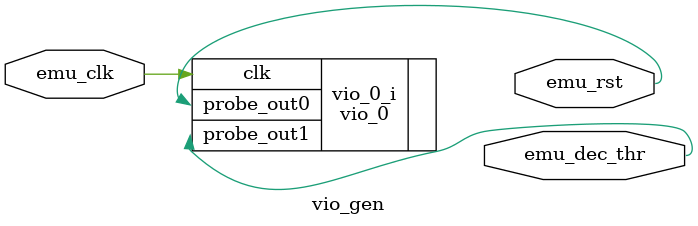
<source format=sv>
`timescale 1ns/1ps

`default_nettype none
module vio_gen #(
    parameter dec_bits = 1
)(
	input wire logic emu_clk,
	output wire logic emu_rst,
	output wire logic [(dec_bits-1):0] emu_dec_thr
);

`ifdef SIMULATION_MODE_MSDSL
	// reset sequence
	logic emu_rst_state = 1'b1;
	initial begin
		#((`DT_MSDSL)*1s);
		emu_rst_state = 1'b0;
	end

	// output assignment
	assign emu_rst = emu_rst_state;
	`ifndef DEC_THR_VAL_MSDSL
	    `define DEC_THR_VAL_MSDSL 0
	`endif // `ifdef DEC_THR_VAL_MSDSL
	assign emu_dec_thr = `DEC_THR_VAL_MSDSL;
`else
	// VIO instantiation
	vio_0 vio_0_i (
		.clk(emu_clk),
		.probe_out0(emu_rst),
		.probe_out1(emu_dec_thr)
	);
`endif // `ifdef SIMULATION_MODE_MSDSL

endmodule
`default_nettype wire
</source>
